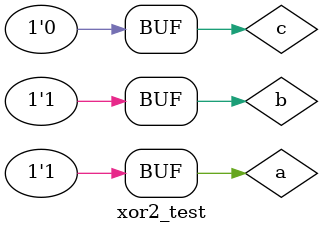
<source format=v>
module xor2_test;
reg a,b;
wire c;
xor xor2_test(c,a,b);
initial
begin
#000 a=0;b=0;
#100 a=0;b=1;
#100 a=1;b=0;
#100 a=1;b=1;
end 
initial
begin
$monitor($time,"a=%b,b=%b,c=%b",a,b,c);
end
initial 
begin 
$dumpfile("xor2_test.vcd");
$dumpvars(0,xor2_test);
end
endmodule
</source>
